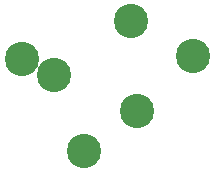
<source format=gts>
G04 Layer_Color=20142*
%FSLAX25Y25*%
%MOIN*%
G70*
G01*
G75*
%ADD15C,0.11430*%
D15*
X223622Y137008D02*
D03*
X234252Y131496D02*
D03*
X259842Y149606D02*
D03*
X261811Y119685D02*
D03*
X280571Y137795D02*
D03*
X244094Y106299D02*
D03*
M02*

</source>
